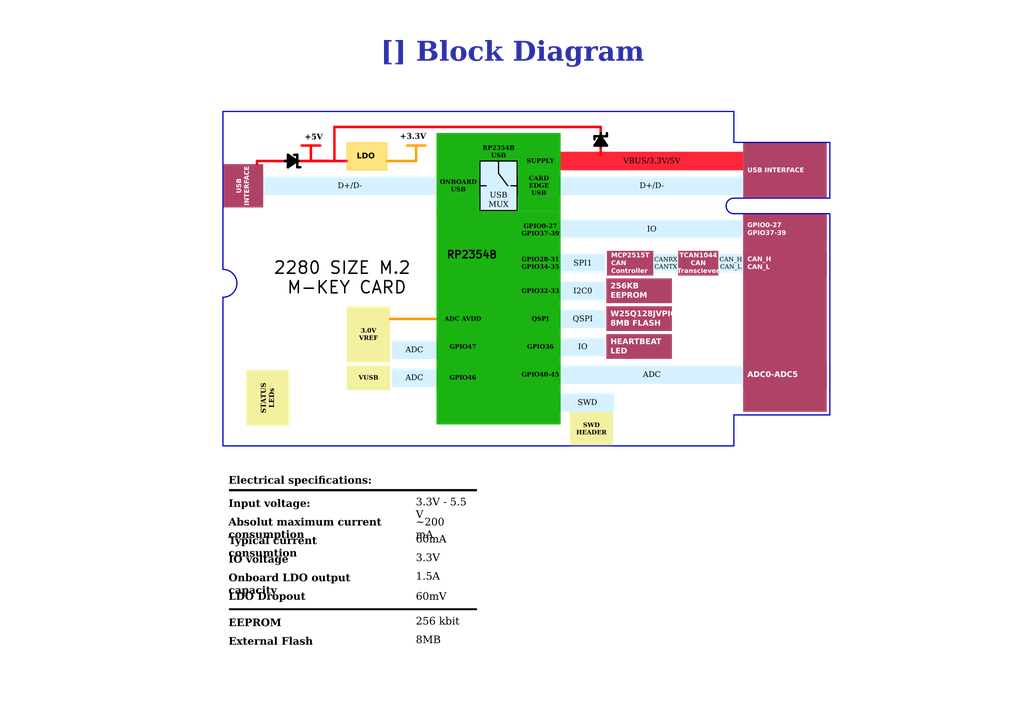
<source format=kicad_sch>
(kicad_sch
	(version 20250114)
	(generator "eeschema")
	(generator_version "9.0")
	(uuid "d4440dba-022e-49b2-97f2-6fc1871c7304")
	(paper "A3")
	(title_block
		(title "Block Diagram")
		(date "2026-01-31")
		(rev "${REVISION}")
		(company "${COMPANY}")
	)
	(lib_symbols)
	(rectangle
		(start 142.113 65.659)
		(end 141.478 66.421)
		(stroke
			(width 0.25)
			(type default)
			(color 255 0 171 1)
		)
		(fill
			(type color)
			(color 255 0 171 1)
		)
		(uuid 12a8f300-c059-4689-9da2-e775c9b7b222)
	)
	(rectangle
		(start 212.09 62.23)
		(end 214.63 65.7448)
		(stroke
			(width 0)
			(type default)
			(color 26 179 18 1)
		)
		(fill
			(type color)
			(color 26 179 18 1)
		)
		(uuid 1525d274-9f79-41b4-923a-460a0ae01848)
	)
	(arc
		(start 97.155 116.205)
		(mid 95.4811 120.2461)
		(end 91.44 121.92)
		(stroke
			(width 0.5)
			(type default)
		)
		(fill
			(type none)
		)
		(uuid 29435329-1a53-4234-808d-6c7819be63b6)
	)
	(rectangle
		(start 228.6 66.04)
		(end 229.87 69.85)
		(stroke
			(width 0)
			(type default)
			(color 26 179 18 1)
		)
		(fill
			(type color)
			(color 26 179 18 1)
		)
		(uuid 30c33757-917e-41c5-a73d-21d0c25fdde1)
	)
	(rectangle
		(start 212.3851 64.77)
		(end 214.63 69.85)
		(stroke
			(width 0)
			(type default)
			(color 26 179 18 1)
		)
		(fill
			(type color)
			(color 26 179 18 1)
		)
		(uuid 354b4478-3902-4955-ab10-8bda7ba1be32)
	)
	(rectangle
		(start 179.07 66.04)
		(end 196.5374 72.39)
		(stroke
			(width 0)
			(type default)
			(color 26 179 18 1)
		)
		(fill
			(type color)
			(color 26 179 18 1)
		)
		(uuid 3dc16586-a385-4cf0-9476-86e846a0d063)
	)
	(rectangle
		(start 212.385 69.85)
		(end 229.87 72.39)
		(stroke
			(width 0)
			(type default)
			(color 26 179 18 1)
		)
		(fill
			(type color)
			(color 26 179 18 1)
		)
		(uuid 49c8b03c-ddc0-4257-8598-370efe5ab263)
	)
	(rectangle
		(start 214.63 134.62)
		(end 228.6 138.43)
		(stroke
			(width 0)
			(type default)
			(color 26 179 18 1)
		)
		(fill
			(type color)
			(color 26 179 18 1)
		)
		(uuid 5911023f-b729-4638-87b7-c8fa6a2da4ad)
	)
	(rectangle
		(start 179.07 54.61)
		(end 229.87 58.42)
		(stroke
			(width 0)
			(type default)
			(color 26 179 18 1)
		)
		(fill
			(type color)
			(color 26 179 18 1)
		)
		(uuid 6b253502-3f28-4c19-a629-8cc1f39773b7)
	)
	(rectangle
		(start 214.63 123.19)
		(end 228.6 127)
		(stroke
			(width 0)
			(type default)
			(color 26 179 18 1)
		)
		(fill
			(type color)
			(color 26 179 18 1)
		)
		(uuid 704c4eca-e0af-4df0-a6c1-739054ac1983)
	)
	(rectangle
		(start 187.96 111.76)
		(end 201.93 114.3)
		(stroke
			(width 0)
			(type default)
			(color 26 179 18 1)
		)
		(fill
			(type color)
			(color 26 179 18 1)
		)
		(uuid 74c5f5ac-510e-4c99-8e0e-ca2d145a7687)
	)
	(rectangle
		(start 214.63 111.76)
		(end 228.6 115.57)
		(stroke
			(width 0)
			(type default)
			(color 26 179 18 1)
		)
		(fill
			(type color)
			(color 26 179 18 1)
		)
		(uuid 87d7856c-4e25-4074-8ed9-6d9286fce9a4)
	)
	(arc
		(start 297.815 84.455)
		(mid 298.7449 82.2099)
		(end 300.99 81.28)
		(stroke
			(width 0.5)
			(type default)
		)
		(fill
			(type none)
		)
		(uuid 8bf31f50-0af3-4b43-bd32-87192a6529dd)
	)
	(rectangle
		(start 93.98 249.555)
		(end 195.58 250.19)
		(stroke
			(width 0)
			(type default)
			(color 0 0 0 1)
		)
		(fill
			(type color)
			(color 0 0 0 1)
		)
		(uuid 96358351-64fb-49b9-98d4-c975a586b1c3)
	)
	(rectangle
		(start 212.09 58.42)
		(end 229.87 62.23)
		(stroke
			(width 0)
			(type default)
			(color 26 179 18 1)
		)
		(fill
			(type color)
			(color 26 179 18 1)
		)
		(uuid 9b70489c-b07f-4948-b8be-b2b554aeffd5)
	)
	(arc
		(start 91.44 110.49)
		(mid 95.4811 112.1639)
		(end 97.155 116.205)
		(stroke
			(width 0.5)
			(type default)
		)
		(fill
			(type none)
		)
		(uuid aa2adf32-51fc-4d4a-86b4-ebcde9d08418)
	)
	(rectangle
		(start 212.4458 80.01)
		(end 229.87 86.5399)
		(stroke
			(width 0)
			(type default)
			(color 26 179 18 1)
		)
		(fill
			(type color)
			(color 26 179 18 1)
		)
		(uuid c955f931-fdaa-421f-9906-47bd9fd0fc62)
	)
	(rectangle
		(start 93.98 200.66)
		(end 195.58 201.422)
		(stroke
			(width 0)
			(type default)
			(color 0 0 0 1)
		)
		(fill
			(type color)
			(color 0 0 0 1)
		)
		(uuid ca4906af-4562-456f-b79d-f6f2c9056c36)
	)
	(rectangle
		(start 142.24 58.42)
		(end 158.75 69.85)
		(stroke
			(width 0)
			(type default)
			(color 255 200 0 0.5019607843)
		)
		(fill
			(type color)
			(color 255 200 0 0.5019607843)
		)
		(uuid d13c4f55-d46a-439a-a208-cbdf66d39a09)
	)
	(arc
		(start 300.99 87.63)
		(mid 298.7449 86.7001)
		(end 297.815 84.455)
		(stroke
			(width 0.5)
			(type default)
		)
		(fill
			(type none)
		)
		(uuid d82e5d96-ef55-4c61-87d7-fc818819ae96)
	)
	(rectangle
		(start 228.6 62.23)
		(end 229.87 66.04)
		(stroke
			(width 0)
			(type default)
			(color 26 179 18 1)
		)
		(fill
			(type color)
			(color 26 179 18 1)
		)
		(uuid db9e59a5-6558-4fb0-8d7c-36f8f0131170)
	)
	(rectangle
		(start 179.07 80.01)
		(end 196.5426 87.63)
		(stroke
			(width 0)
			(type default)
			(color 26 179 18 1)
		)
		(fill
			(type color)
			(color 26 179 18 1)
		)
		(uuid df920e60-1d9c-4624-8b29-d077a09e67be)
	)
	(rectangle
		(start 179.07 86.6911)
		(end 229.87 173.99)
		(stroke
			(width 0)
			(type default)
			(color 26 179 18 1)
		)
		(fill
			(type color)
			(color 26 179 18 1)
		)
		(uuid eb064ff9-3fc8-4405-b22c-5834f6a952d8)
	)
	(rectangle
		(start 179.07 58.42)
		(end 196.85 66.0399)
		(stroke
			(width 0)
			(type default)
			(color 26 179 18 1)
		)
		(fill
			(type color)
			(color 26 179 18 1)
		)
		(uuid f128200a-c4e6-4fb8-9565-a34d3aaf2f28)
	)
	(text "+3.3V"
		(exclude_from_sim no)
		(at 174.752 58.166 0)
		(effects
			(font
				(face "Times New Roman")
				(size 2.286 2.286)
				(thickness 0.4572)
				(bold yes)
				(color 0 0 0 1)
			)
			(justify right bottom)
		)
		(uuid "101bf075-2779-4382-8921-8033e4839d29")
	)
	(text "RP2354B"
		(exclude_from_sim no)
		(at 193.548 104.648 0)
		(effects
			(font
				(size 3 3)
				(thickness 0.6)
				(bold yes)
				(color 0 0 0 1)
			)
		)
		(uuid "2ff4239e-4128-4e0d-b1b5-ed39516378ca")
	)
	(text "2280 SIZE M.2 \nM-KEY CARD"
		(exclude_from_sim no)
		(at 142.24 114.046 0)
		(effects
			(font
				(size 5 5)
				(thickness 0.6)
				(bold yes)
				(color 0 0 0 1)
			)
		)
		(uuid "ba1d2a03-0f95-4798-9de6-9b8bfdb526c7")
	)
	(text "+5V"
		(exclude_from_sim no)
		(at 124.968 58.42 0)
		(effects
			(font
				(face "Times New Roman")
				(size 2.286 2.286)
				(thickness 0.4572)
				(bold yes)
				(color 0 0 0 1)
			)
			(justify left bottom)
		)
		(uuid "f6a5ad4b-42cb-4635-94fa-d83f0234055d")
	)
	(text_box "USB INTERFACE"
		(exclude_from_sim no)
		(at 304.8 58.42 0)
		(size 34.29 22.86)
		(margins 1.7144 1.7144 1.7144 1.7144)
		(stroke
			(width -0.0001)
			(type default)
		)
		(fill
			(type color)
			(color 175 67 103 1)
		)
		(effects
			(font
				(face "Arial")
				(size 1.9 1.9)
				(bold yes)
				(color 255 255 255 1)
			)
			(justify left)
		)
		(uuid "07e187de-dfc4-455a-9e86-aeacc12e807f")
	)
	(text_box "LDO Dropout"
		(exclude_from_sim no)
		(at 91.44 240.665 0)
		(size 78.105 7.62)
		(margins 2.2859 2.2859 2.2859 2.2859)
		(stroke
			(width -0.0001)
			(type solid)
		)
		(fill
			(type none)
		)
		(effects
			(font
				(face "Times New Roman")
				(size 3.048 3.048)
				(thickness 0.4572)
				(bold yes)
				(color 0 0 0 1)
			)
			(justify left top)
		)
		(uuid "0a67ca51-da44-4e4a-af91-875f3d4fd163")
	)
	(text_box "IO voltage"
		(exclude_from_sim no)
		(at 91.44 225.425 0)
		(size 44.45 7.62)
		(margins 2.2859 2.2859 2.2859 2.2859)
		(stroke
			(width -0.0001)
			(type solid)
		)
		(fill
			(type none)
		)
		(effects
			(font
				(face "Times New Roman")
				(size 3.048 3.048)
				(thickness 0.4572)
				(bold yes)
				(color 0 0 0 1)
			)
			(justify left top)
		)
		(uuid "0b8fa12d-be48-46d8-a337-f14f24e9a703")
	)
	(text_box "256KB EEPROM"
		(exclude_from_sim no)
		(at 248.666 114.173 0)
		(size 26.924 10.16)
		(margins 1.7144 1.7144 1.7144 1.7144)
		(stroke
			(width -0.0001)
			(type default)
		)
		(fill
			(type color)
			(color 175 67 103 1)
		)
		(effects
			(font
				(face "Arial")
				(size 2.286 2.286)
				(bold yes)
				(color 255 255 255 1)
			)
			(justify left)
		)
		(uuid "0b9b765b-8d21-4bd4-bfcc-8abb2cd50003")
	)
	(text_box "VBUS/3.3V/5V"
		(exclude_from_sim no)
		(at 229.87 62.23 0)
		(size 74.93 7.62)
		(margins 1.7144 1.7144 1.7144 1.7144)
		(stroke
			(width -0.0001)
			(type solid)
		)
		(fill
			(type color)
			(color 255 0 24 0.85)
		)
		(effects
			(font
				(face "Times New Roman")
				(size 2.286 2.286)
				(italic yes)
				(color 0 0 0 1)
			)
		)
		(uuid "0e5e14ec-7eb5-4a96-a05a-a65da98b2539")
	)
	(text_box "1.5A"
		(exclude_from_sim no)
		(at 168.275 232.41 0)
		(size 28.448 7.62)
		(margins 2.2859 2.2859 2.2859 2.2859)
		(stroke
			(width -0.0001)
			(type solid)
		)
		(fill
			(type none)
		)
		(effects
			(font
				(face "Times New Roman")
				(size 3.048 3.048)
				(color 0 0 0 1)
			)
			(justify left top)
		)
		(uuid "0f4ffe31-d8df-46a0-90b5-0d2ebf3489e5")
	)
	(text_box "CARD EDGE USB"
		(exclude_from_sim no)
		(at 212.09 72.39 0)
		(size 17.8492 7.62)
		(margins 1.7144 1.7144 1.7144 1.7144)
		(stroke
			(width -0.0001)
			(type solid)
		)
		(fill
			(type color)
			(color 26 179 18 1)
		)
		(effects
			(font
				(face "Times New Roman")
				(size 1.8 1.8)
				(bold yes)
				(color 0 0 0 1)
			)
		)
		(uuid "10469bae-25b9-46c3-bff3-201f1fe1f2af")
	)
	(text_box "W25Q128JVPIQ 8MB FLASH"
		(exclude_from_sim no)
		(at 248.666 125.603 0)
		(size 26.924 10.16)
		(margins 1.7144 1.7144 1.7144 1.7144)
		(stroke
			(width -0.0001)
			(type default)
		)
		(fill
			(type color)
			(color 175 67 103 1)
		)
		(effects
			(font
				(face "Arial")
				(size 2.286 2.286)
				(bold yes)
				(color 255 255 255 1)
			)
			(justify left)
		)
		(uuid "11e64421-736a-42af-9a25-95ee829c7839")
	)
	(text_box "3.3V - 5.5 V"
		(exclude_from_sim no)
		(at 168.275 201.93 0)
		(size 28.448 7.62)
		(margins 2.2859 2.2859 2.2859 2.2859)
		(stroke
			(width -0.0001)
			(type solid)
		)
		(fill
			(type none)
		)
		(effects
			(font
				(face "Times New Roman")
				(size 3.048 3.048)
				(color 0 0 0 1)
			)
			(justify left top)
		)
		(uuid "15dd005a-2a1f-436c-a9b8-4953c7e00daf")
	)
	(text_box "ADC0-ADC5"
		(exclude_from_sim no)
		(at 304.8 148.59 0)
		(size 34.29 10.16)
		(margins 1.7144 1.7144 1.7144 1.7144)
		(stroke
			(width -0.0001)
			(type default)
		)
		(fill
			(type color)
			(color 175 67 103 1)
		)
		(effects
			(font
				(face "Arial")
				(size 2.286 2.286)
				(bold yes)
				(color 255 255 255 1)
			)
			(justify left)
		)
		(uuid "1967e021-48a7-445b-9209-8f9e1b09486a")
	)
	(text_box "SWD HEADER"
		(exclude_from_sim no)
		(at 233.68 168.91 0)
		(size 17.78 13.97)
		(margins 1.7144 1.7144 1.7144 1.7144)
		(stroke
			(width -0.0001)
			(type solid)
		)
		(fill
			(type color)
			(color 243 240 160 1)
		)
		(effects
			(font
				(face "Times New Roman")
				(size 1.8 1.8)
				(bold yes)
				(color 0 0 0 1)
			)
		)
		(uuid "1a23cd5c-4be8-417d-939b-6bfb2cb38db5")
	)
	(text_box "LDO"
		(exclude_from_sim no)
		(at 155.448 60.96 0)
		(size -10.668 6.35)
		(margins 1.7144 1.7144 1.7144 1.7144)
		(stroke
			(width -0.0001)
			(type solid)
		)
		(fill
			(type none)
		)
		(effects
			(font
				(face "Arial")
				(size 2.286 2.286)
				(thickness 0.254)
				(bold yes)
				(color 0 0 0 1)
			)
			(justify right top)
		)
		(uuid "2663f24d-cd9a-4dae-a281-16b6b61253ad")
	)
	(text_box "3.3V"
		(exclude_from_sim no)
		(at 168.275 224.79 0)
		(size 24.13 7.62)
		(margins 2.2859 2.2859 2.2859 2.2859)
		(stroke
			(width -0.0001)
			(type solid)
		)
		(fill
			(type none)
		)
		(effects
			(font
				(face "Times New Roman")
				(size 3.048 3.048)
				(color 0 0 0 1)
			)
			(justify left top)
		)
		(uuid "286ce998-255c-48c3-a453-7c9a43b4377f")
	)
	(text_box "GPIO0-27\nGPIO37-39"
		(exclude_from_sim no)
		(at 214.63 86.9919 0)
		(size 13.97 14.6081)
		(margins 1.7144 1.7144 1.7144 1.7144)
		(stroke
			(width -0.0001)
			(type solid)
		)
		(fill
			(type color)
			(color 26 179 18 1)
		)
		(effects
			(font
				(face "Times New Roman")
				(size 1.8 1.8)
				(bold yes)
				(color 0 0 0 1)
			)
		)
		(uuid "31760221-0d6f-4f56-83a1-ee270701886f")
	)
	(text_box "CAN_H\nCAN_L"
		(exclude_from_sim no)
		(at 304.8 102.87 0)
		(size 34.29 10.16)
		(margins 1.7144 1.7144 1.7144 1.7144)
		(stroke
			(width -0.0001)
			(type solid)
		)
		(fill
			(type color)
			(color 175 67 103 1)
		)
		(effects
			(font
				(face "Arial")
				(size 1.9 1.9)
				(bold yes)
				(color 255 255 255 1)
			)
			(justify left)
		)
		(uuid "35ec1c5a-ad02-4837-8f85-fcf97229486c")
	)
	(text_box "SPI1"
		(exclude_from_sim no)
		(at 229.87 104.14 0)
		(size 18.288 7.62)
		(margins 1.7144 1.7144 1.7144 1.7144)
		(stroke
			(width -0.0001)
			(type default)
		)
		(fill
			(type color)
			(color 213 241 255 1)
		)
		(effects
			(font
				(face "Times New Roman")
				(size 2.286 2.286)
				(italic yes)
				(color 0 0 0 1)
			)
		)
		(uuid "3821ca79-fb94-443d-a0d0-b8f77f4280b0")
	)
	(text_box "MCP2515T CAN\nController"
		(exclude_from_sim no)
		(at 248.92 102.87 0)
		(size 19.05 10.16)
		(margins 1.7144 1.7144 1.7144 1.7144)
		(stroke
			(width -0.0001)
			(type solid)
		)
		(fill
			(type color)
			(color 175 67 103 1)
		)
		(effects
			(font
				(face "Arial")
				(size 1.9 1.9)
				(bold yes)
				(color 255 255 255 1)
			)
			(justify left)
		)
		(uuid "3876e24b-eb64-40f0-82f4-8ed551a76338")
	)
	(text_box "TCAN1044\nCAN Transciever"
		(exclude_from_sim no)
		(at 278.13 102.87 0)
		(size 16.51 10.16)
		(margins 1.7144 1.7144 1.7144 1.7144)
		(stroke
			(width -0.0001)
			(type solid)
		)
		(fill
			(type color)
			(color 175 67 103 1)
		)
		(effects
			(font
				(face "Arial")
				(size 1.9 1.9)
				(bold yes)
				(color 255 255 255 1)
			)
		)
		(uuid "39045e79-647c-40d6-8a5f-5d571af58d17")
	)
	(text_box "GPIO40-45"
		(exclude_from_sim no)
		(at 214.63 149.86 0)
		(size 13.97 7.62)
		(margins 1.7144 1.7144 1.7144 1.7144)
		(stroke
			(width -0.0001)
			(type default)
		)
		(fill
			(type color)
			(color 26 179 18 1)
		)
		(effects
			(font
				(face "Times New Roman")
				(size 1.8 1.8)
				(bold yes)
				(color 0 0 0 1)
			)
		)
		(uuid "3a803ec7-48bf-494a-8620-a6b0d82a5e96")
	)
	(text_box "ADC"
		(exclude_from_sim no)
		(at 160.782 139.7 0)
		(size 18.288 7.62)
		(margins 1.1429 1.1429 1.1429 1.1429)
		(stroke
			(width -0.0001)
			(type default)
		)
		(fill
			(type color)
			(color 213 241 255 1)
		)
		(effects
			(font
				(face "Times New Roman")
				(size 2.28 2.28)
				(italic yes)
				(color 0 0 0 1)
			)
		)
		(uuid "4e4fb912-8b1e-4a92-b278-a5acb018a0e8")
	)
	(text_box "IO"
		(exclude_from_sim no)
		(at 229.87 138.43 0)
		(size 18.288 7.62)
		(margins 1.1429 1.1429 1.1429 1.1429)
		(stroke
			(width -0.0001)
			(type default)
		)
		(fill
			(type color)
			(color 213 241 255 1)
		)
		(effects
			(font
				(face "Times New Roman")
				(size 2.28 2.28)
				(italic yes)
				(color 0 0 0 1)
			)
		)
		(uuid "5bc00d08-ece7-489a-82a0-99db7e5f4aea")
	)
	(text_box "QSPI"
		(exclude_from_sim no)
		(at 229.87 127 0)
		(size 18.288 7.62)
		(margins 1.1429 1.1429 1.1429 1.1429)
		(stroke
			(width -0.0001)
			(type default)
		)
		(fill
			(type color)
			(color 213 241 255 1)
		)
		(effects
			(font
				(face "Times New Roman")
				(size 2.286 2.286)
				(italic yes)
				(color 0 0 0 1)
			)
		)
		(uuid "5f4a2d80-9818-43e5-9ca8-d8665fb36805")
	)
	(text_box "3.0V\nVREF"
		(exclude_from_sim no)
		(at 142.24 125.73 0)
		(size 17.78 22.86)
		(margins 1.7144 1.7144 1.7144 1.7144)
		(stroke
			(width -0.0001)
			(type solid)
		)
		(fill
			(type color)
			(color 243 240 160 1)
		)
		(effects
			(font
				(face "Times New Roman")
				(size 1.8 1.8)
				(bold yes)
				(color 0 0 0 1)
			)
		)
		(uuid "6102e043-7b32-44a2-8c22-ba8e4b2f6672")
	)
	(text_box "RP2354B USB"
		(exclude_from_sim no)
		(at 196.85 58.42 0)
		(size 15.24 7.62)
		(margins 1.7144 1.7144 1.7144 1.7144)
		(stroke
			(width -0.0001)
			(type solid)
		)
		(fill
			(type color)
			(color 26 179 18 1)
		)
		(effects
			(font
				(face "Times New Roman")
				(size 1.8 1.8)
				(bold yes)
				(color 0 0 0 1)
			)
		)
		(uuid "651513d0-1569-4d1c-a0ed-9336dbadc181")
	)
	(text_box "GPIO32-33"
		(exclude_from_sim no)
		(at 214.63 115.57 0)
		(size 13.97 7.62)
		(margins 1.7144 1.7144 1.7144 1.7144)
		(stroke
			(width -0.0001)
			(type default)
		)
		(fill
			(type color)
			(color 26 179 18 1)
		)
		(effects
			(font
				(face "Times New Roman")
				(size 1.8 1.8)
				(bold yes)
				(color 0 0 0 1)
			)
		)
		(uuid "6bb82d71-4237-4fb9-a71e-68c5a65a7171")
	)
	(text_box "[${#}] ${TITLE}"
		(exclude_from_sim no)
		(at 12.7 15.24 0)
		(size 394.97 12.7)
		(margins 5.9999 5.9999 5.9999 5.9999)
		(stroke
			(width -0.0001)
			(type default)
		)
		(fill
			(type none)
		)
		(effects
			(font
				(face "Times New Roman")
				(size 8 8)
				(thickness 1.2)
				(bold yes)
				(color 43 49 168 1)
			)
		)
		(uuid "73b2b29c-2473-4e80-be0b-4f57c6856c3e")
	)
	(text_box "~200 mA"
		(exclude_from_sim no)
		(at 168.275 210.185 0)
		(size 24.13 7.62)
		(margins 2.2859 2.2859 2.2859 2.2859)
		(stroke
			(width -0.0001)
			(type solid)
		)
		(fill
			(type none)
		)
		(effects
			(font
				(face "Times New Roman")
				(size 3.048 3.048)
				(color 0 0 0 1)
			)
			(justify left top)
		)
		(uuid "79a60212-4382-435d-b74b-f889451ff3a1")
	)
	(text_box "Input voltage:"
		(exclude_from_sim no)
		(at 91.44 202.565 0)
		(size 41.91 7.62)
		(margins 2.2859 2.2859 2.2859 2.2859)
		(stroke
			(width -0.0001)
			(type default)
		)
		(fill
			(type none)
		)
		(effects
			(font
				(face "Times New Roman")
				(size 3.048 3.048)
				(thickness 0.4572)
				(bold yes)
				(color 0 0 0 1)
			)
			(justify left top)
		)
		(uuid "7a48ef1e-fc21-4f84-87ab-2b944a808bd0")
	)
	(text_box "STATUS \nLEDs"
		(exclude_from_sim no)
		(at 100.965 151.765 90)
		(size 17.78 22.86)
		(margins 1.7144 1.7144 1.7144 1.7144)
		(stroke
			(width -0.0001)
			(type solid)
		)
		(fill
			(type color)
			(color 243 240 160 1)
		)
		(effects
			(font
				(face "Times New Roman")
				(size 2 2)
				(bold yes)
				(color 0 0 0 1)
			)
		)
		(uuid "7a66c3a5-565d-4572-90a9-989752c169b6")
	)
	(text_box "EEPROM"
		(exclude_from_sim no)
		(at 91.44 251.46 0)
		(size 44.45 7.62)
		(margins 2.2859 2.2859 2.2859 2.2859)
		(stroke
			(width -0.0001)
			(type solid)
		)
		(fill
			(type none)
		)
		(effects
			(font
				(face "Times New Roman")
				(size 3.048 3.048)
				(thickness 0.4572)
				(bold yes)
				(color 0 0 0 1)
			)
			(justify left top)
		)
		(uuid "7fd36d09-3145-4931-9744-73aae4ec0b25")
	)
	(text_box "GPIO46"
		(exclude_from_sim no)
		(at 180.34 151.13 0)
		(size 19.05 7.62)
		(margins 1.7144 1.7144 1.7144 1.7144)
		(stroke
			(width -0.0001)
			(type default)
		)
		(fill
			(type color)
			(color 26 179 18 1)
		)
		(effects
			(font
				(face "Times New Roman")
				(size 1.8 1.8)
				(bold yes)
				(color 0 0 0 1)
			)
		)
		(uuid "88cc83e7-7bb4-4d6b-9595-b9e1bee5e04b")
	)
	(text_box "256 kbit"
		(exclude_from_sim no)
		(at 168.275 250.825 0)
		(size 24.13 7.62)
		(margins 2.2859 2.2859 2.2859 2.2859)
		(stroke
			(width -0.0001)
			(type solid)
		)
		(fill
			(type none)
		)
		(effects
			(font
				(face "Times New Roman")
				(size 3.048 3.048)
				(color 0 0 0 1)
			)
			(justify left top)
		)
		(uuid "9264f0c0-471a-4c9f-8582-efee49d145bc")
	)
	(text_box "Electrical specifications:"
		(exclude_from_sim no)
		(at 91.44 193.04 0)
		(size 73.66 7.62)
		(margins 2.2859 2.2859 2.2859 2.2859)
		(stroke
			(width -0.0001)
			(type solid)
		)
		(fill
			(type none)
		)
		(effects
			(font
				(face "Times New Roman")
				(size 3.048 3.048)
				(thickness 0.4572)
				(bold yes)
				(color 0 0 0 1)
			)
			(justify left top)
		)
		(uuid "92d1b8db-5c65-4f81-bd38-95477ba2f196")
	)
	(text_box "SWD"
		(exclude_from_sim no)
		(at 229.87 161.29 0)
		(size 22.098 7.62)
		(margins 1.1429 1.1429 1.1429 1.1429)
		(stroke
			(width -0.0001)
			(type solid)
		)
		(fill
			(type color)
			(color 213 241 255 1)
		)
		(effects
			(font
				(face "Times New Roman")
				(size 2.28 2.28)
				(italic yes)
				(color 0 0 0 1)
			)
		)
		(uuid "92dfcffc-3f4c-486a-9687-7c906612aa3e")
	)
	(text_box "GPIO47"
		(exclude_from_sim no)
		(at 180.34 138.43 0)
		(size 19.05 7.62)
		(margins 1.7144 1.7144 1.7144 1.7144)
		(stroke
			(width -0.0001)
			(type default)
		)
		(fill
			(type color)
			(color 26 179 18 1)
		)
		(effects
			(font
				(face "Times New Roman")
				(size 1.8 1.8)
				(bold yes)
				(color 0 0 0 1)
			)
		)
		(uuid "944097c9-4bfa-4c51-95fb-545c2fe74181")
	)
	(text_box "GPIO36"
		(exclude_from_sim no)
		(at 214.63 138.43 0)
		(size 13.97 7.62)
		(margins 1.7144 1.7144 1.7144 1.7144)
		(stroke
			(width -0.0001)
			(type default)
		)
		(fill
			(type color)
			(color 26 179 18 1)
		)
		(effects
			(font
				(face "Times New Roman")
				(size 1.8 1.8)
				(bold yes)
				(color 0 0 0 1)
			)
		)
		(uuid "96a92221-2447-4655-a0df-2333f7d2fcea")
	)
	(text_box "ADC"
		(exclude_from_sim no)
		(at 160.782 151.13 0)
		(size 18.288 7.62)
		(margins 1.1429 1.1429 1.1429 1.1429)
		(stroke
			(width -0.0001)
			(type default)
		)
		(fill
			(type color)
			(color 213 241 255 1)
		)
		(effects
			(font
				(face "Times New Roman")
				(size 2.28 2.28)
				(italic yes)
				(color 0 0 0 1)
			)
		)
		(uuid "9934ab16-658c-435d-975c-75e12f0f23b9")
	)
	(text_box "GPIO28-31\nGPIO34-35"
		(exclude_from_sim no)
		(at 214.63 104.14 0)
		(size 13.97 7.62)
		(margins 1.7144 1.7144 1.7144 1.7144)
		(stroke
			(width -0.0001)
			(type solid)
		)
		(fill
			(type color)
			(color 26 179 18 1)
		)
		(effects
			(font
				(face "Times New Roman")
				(size 1.8 1.8)
				(bold yes)
				(color 0 0 0 1)
			)
		)
		(uuid "99de4852-1e6a-43c2-80a3-f90f994ca547")
	)
	(text_box "IO"
		(exclude_from_sim no)
		(at 229.87 90.17 0)
		(size 74.93 7.62)
		(margins 1.7144 1.7144 1.7144 1.7144)
		(stroke
			(width -0.0001)
			(type default)
		)
		(fill
			(type color)
			(color 213 241 255 1)
		)
		(effects
			(font
				(face "Times New Roman")
				(size 2.286 2.286)
				(italic yes)
				(color 0 0 0 1)
			)
		)
		(uuid "9d3837f2-4374-4a0e-a084-ae63bf4f14d0")
	)
	(text_box "ONBOARD USB"
		(exclude_from_sim no)
		(at 179.07 72.39 0)
		(size 17.78 7.62)
		(margins 1.7144 1.7144 1.7144 1.7144)
		(stroke
			(width -0.0001)
			(type solid)
		)
		(fill
			(type color)
			(color 26 179 18 1)
		)
		(effects
			(font
				(face "Times New Roman")
				(size 1.8 1.8)
				(bold yes)
				(color 0 0 0 1)
			)
		)
		(uuid "a1b7be64-5139-4e83-93ad-5329778aa93c")
	)
	(text_box "CANRX\nCANTX"
		(exclude_from_sim no)
		(at 267.97 104.14 0)
		(size 10.16 7.62)
		(margins 1.7144 1.7144 1.7144 1.7144)
		(stroke
			(width -0.0001)
			(type solid)
		)
		(fill
			(type color)
			(color 213 241 255 1)
		)
		(effects
			(font
				(face "Times New Roman")
				(size 1.778 1.778)
				(italic yes)
				(color 0 0 0 1)
			)
		)
		(uuid "a717f8d5-d752-4301-81a6-9372d05127ea")
	)
	(text_box "Typical current consumtion"
		(exclude_from_sim no)
		(at 91.44 217.805 0)
		(size 62.865 7.62)
		(margins 2.2859 2.2859 2.2859 2.2859)
		(stroke
			(width -0.0001)
			(type solid)
		)
		(fill
			(type none)
		)
		(effects
			(font
				(face "Times New Roman")
				(size 3.048 3.048)
				(thickness 0.4572)
				(bold yes)
				(color 0 0 0 1)
			)
			(justify left top)
		)
		(uuid "a94bbe48-2b5a-4095-ae3e-6304ba06e582")
	)
	(text_box "60mA"
		(exclude_from_sim no)
		(at 168.275 217.17 0)
		(size 24.13 7.62)
		(margins 2.2859 2.2859 2.2859 2.2859)
		(stroke
			(width -0.0001)
			(type solid)
		)
		(fill
			(type none)
		)
		(effects
			(font
				(face "Times New Roman")
				(size 3.048 3.048)
				(color 0 0 0 1)
			)
			(justify left top)
		)
		(uuid "a9743942-0f35-4d97-920c-63913a3a8cf5")
	)
	(text_box "VUSB"
		(exclude_from_sim no)
		(at 142.24 149.86 0)
		(size 17.78 10.16)
		(margins 1.7144 1.7144 1.7144 1.7144)
		(stroke
			(width -0.0001)
			(type solid)
		)
		(fill
			(type color)
			(color 243 240 160 1)
		)
		(effects
			(font
				(face "Times New Roman")
				(size 1.8 1.8)
				(bold yes)
				(color 0 0 0 1)
			)
		)
		(uuid "aa6bfdf0-ab5f-4b1a-8644-d89ccb6b5cda")
	)
	(text_box "Onboard LDO output capacity"
		(exclude_from_sim no)
		(at 91.44 233.045 0)
		(size 69.215 7.62)
		(margins 2.2859 2.2859 2.2859 2.2859)
		(stroke
			(width -0.0001)
			(type solid)
		)
		(fill
			(type none)
		)
		(effects
			(font
				(face "Times New Roman")
				(size 3.048 3.048)
				(thickness 0.4572)
				(bold yes)
				(color 0 0 0 1)
			)
			(justify left top)
		)
		(uuid "ac942c9c-0df3-4809-903d-630a873ed8b6")
	)
	(text_box "GPIO0-27\nGPIO37-39"
		(exclude_from_sim no)
		(at 304.8 88.9 0)
		(size 34.29 10.16)
		(margins 1.7144 1.7144 1.7144 1.7144)
		(stroke
			(width -0.0001)
			(type solid)
		)
		(fill
			(type color)
			(color 175 67 103 1)
		)
		(effects
			(font
				(face "Arial")
				(size 1.9 1.9)
				(bold yes)
				(color 255 255 255 1)
			)
			(justify left)
		)
		(uuid "ac96fc2f-a973-477b-9304-3ea9cbd49aba")
	)
	(text_box "Absolut maximum current consumption"
		(exclude_from_sim no)
		(at 91.44 210.185 0)
		(size 78.105 7.62)
		(margins 2.2859 2.2859 2.2859 2.2859)
		(stroke
			(width -0.0001)
			(type solid)
		)
		(fill
			(type none)
		)
		(effects
			(font
				(face "Times New Roman")
				(size 3.048 3.048)
				(thickness 0.4572)
				(bold yes)
				(color 0 0 0 1)
			)
			(justify left top)
		)
		(uuid "acb13397-22c2-4daa-8b50-96cfdf3951b7")
	)
	(text_box "ADC"
		(exclude_from_sim no)
		(at 229.87 149.86 0)
		(size 74.93 7.62)
		(margins 1.1429 1.1429 1.1429 1.1429)
		(stroke
			(width -0.0001)
			(type default)
		)
		(fill
			(type color)
			(color 213 241 255 1)
		)
		(effects
			(font
				(face "Times New Roman")
				(size 2.28 2.28)
				(italic yes)
				(color 0 0 0 1)
			)
		)
		(uuid "c6c880f8-34ee-4ac3-bce1-942666f52d85")
	)
	(text_box "I2C0"
		(exclude_from_sim no)
		(at 229.87 115.57 0)
		(size 18.288 7.62)
		(margins 1.7144 1.7144 1.7144 1.7144)
		(stroke
			(width -0.0001)
			(type default)
		)
		(fill
			(type color)
			(color 213 241 255 1)
		)
		(effects
			(font
				(face "Times New Roman")
				(size 2.286 2.286)
				(italic yes)
				(color 0 0 0 1)
			)
		)
		(uuid "c774310f-dfe3-45db-be98-953f7da6465f")
	)
	(text_box "USB MUX"
		(exclude_from_sim no)
		(at 196.85 66.04 0)
		(size 15.24 20.32)
		(margins 1.1429 1.1429 1.1429 1.1429)
		(stroke
			(width 0.5)
			(type solid)
			(color 0 0 0 1)
		)
		(fill
			(type color)
			(color 213 241 255 1)
		)
		(effects
			(font
				(face "Times New Roman")
				(size 2.28 2.28)
				(italic yes)
				(color 0 0 0 1)
			)
			(justify bottom)
		)
		(uuid "c8bed87d-0b5d-4a3d-aab9-d7c4760f55a8")
	)
	(text_box "External Flash"
		(exclude_from_sim no)
		(at 91.44 259.08 0)
		(size 44.45 7.62)
		(margins 2.2859 2.2859 2.2859 2.2859)
		(stroke
			(width -0.0001)
			(type solid)
		)
		(fill
			(type none)
		)
		(effects
			(font
				(face "Times New Roman")
				(size 3.048 3.048)
				(thickness 0.4572)
				(bold yes)
				(color 0 0 0 1)
			)
			(justify left top)
		)
		(uuid "cb5e8639-1544-44dc-8179-ddb426efe5fe")
	)
	(text_box "SUPPLY"
		(exclude_from_sim no)
		(at 214.63 62.23 0)
		(size 13.97 7.62)
		(margins 1.7144 1.7144 1.7144 1.7144)
		(stroke
			(width -0.0001)
			(type solid)
		)
		(fill
			(type color)
			(color 26 179 18 1)
		)
		(effects
			(font
				(face "Times New Roman")
				(size 1.8 1.8)
				(bold yes)
				(color 0 0 0 1)
			)
		)
		(uuid "d28afaff-d9d7-4f3d-9099-86c6d07aa99a")
	)
	(text_box ""
		(exclude_from_sim no)
		(at 304.8 87.63 0)
		(size 34.29 81.28)
		(margins 1.7144 1.7144 1.7144 1.7144)
		(stroke
			(width -0.0001)
			(type solid)
		)
		(fill
			(type color)
			(color 175 67 103 1)
		)
		(effects
			(font
				(face "Arial")
				(size 1.9 1.9)
				(bold yes)
				(color 255 255 255 1)
			)
			(justify left)
		)
		(uuid "d28d1352-e5f8-46ad-a905-212354b35d91")
	)
	(text_box "CAN_H\nCAN_L"
		(exclude_from_sim no)
		(at 294.64 104.14 0)
		(size 10.16 7.62)
		(margins 1.7144 1.7144 1.7144 1.7144)
		(stroke
			(width -0.0001)
			(type solid)
		)
		(fill
			(type color)
			(color 213 241 255 1)
		)
		(effects
			(font
				(face "Times New Roman")
				(size 1.778 1.778)
				(italic yes)
				(color 0 0 0 1)
			)
		)
		(uuid "d3f03d21-b6a6-4378-ac03-2eb85e7fe038")
	)
	(text_box "D+/D-"
		(exclude_from_sim no)
		(at 229.87 72.39 0)
		(size 74.93 7.62)
		(margins 1.7144 1.7144 1.7144 1.7144)
		(stroke
			(width -0.0001)
			(type solid)
		)
		(fill
			(type color)
			(color 213 241 255 1)
		)
		(effects
			(font
				(face "Times New Roman")
				(size 2.286 2.286)
				(italic yes)
				(color 0 0 0 1)
			)
		)
		(uuid "d9a0b7b5-c98b-4913-890a-1f0f75735f92")
	)
	(text_box "8MB"
		(exclude_from_sim no)
		(at 168.275 258.445 0)
		(size 24.13 7.62)
		(margins 2.2859 2.2859 2.2859 2.2859)
		(stroke
			(width -0.0001)
			(type solid)
		)
		(fill
			(type none)
		)
		(effects
			(font
				(face "Times New Roman")
				(size 3.048 3.048)
				(color 0 0 0 1)
			)
			(justify left top)
		)
		(uuid "e52418fb-971b-4f7e-8511-9fb84c82612a")
	)
	(text_box "ADC AVDD"
		(exclude_from_sim no)
		(at 180.34 127 0)
		(size 19.05 7.62)
		(margins 1.7144 1.7144 1.7144 1.7144)
		(stroke
			(width -0.0001)
			(type solid)
		)
		(fill
			(type color)
			(color 26 179 18 1)
		)
		(effects
			(font
				(face "Times New Roman")
				(size 1.8 1.8)
				(bold yes)
				(color 0 0 0 1)
			)
		)
		(uuid "e624c8ad-fd22-44ba-82ff-a06458a22edc")
	)
	(text_box "60mV"
		(exclude_from_sim no)
		(at 168.275 240.665 0)
		(size 24.13 7.62)
		(margins 2.2859 2.2859 2.2859 2.2859)
		(stroke
			(width -0.0001)
			(type solid)
		)
		(fill
			(type none)
		)
		(effects
			(font
				(face "Times New Roman")
				(size 3.048 3.048)
				(color 0 0 0 1)
			)
			(justify left top)
		)
		(uuid "e8ad9c6b-391d-4395-9dde-fb250cf6637a")
	)
	(text_box "D+/D-"
		(exclude_from_sim no)
		(at 107.95 72.39 0)
		(size 71.12 7.62)
		(margins 1.7144 1.7144 1.7144 1.7144)
		(stroke
			(width -0.0001)
			(type solid)
		)
		(fill
			(type color)
			(color 213 241 255 1)
		)
		(effects
			(font
				(face "Times New Roman")
				(size 2.286 2.286)
				(italic yes)
				(color 0 0 0 1)
			)
		)
		(uuid "ea2d01b8-13eb-44a1-b9d5-a747975d6411")
	)
	(text_box "QSPI"
		(exclude_from_sim no)
		(at 214.63 127 0)
		(size 13.97 7.62)
		(margins 1.7144 1.7144 1.7144 1.7144)
		(stroke
			(width -0.0001)
			(type default)
		)
		(fill
			(type color)
			(color 26 179 18 1)
		)
		(effects
			(font
				(face "Times New Roman")
				(size 1.8 1.8)
				(bold yes)
				(color 0 0 0 1)
			)
		)
		(uuid "ecd90e4f-03f0-4de1-bc8b-8f151772557e")
	)
	(text_box "HEARTBEAT LED"
		(exclude_from_sim no)
		(at 248.666 137.033 0)
		(size 26.924 10.16)
		(margins 1.7144 1.7144 1.7144 1.7144)
		(stroke
			(width -0.0001)
			(type default)
		)
		(fill
			(type color)
			(color 175 67 103 1)
		)
		(effects
			(font
				(face "Arial")
				(size 2.286 2.286)
				(bold yes)
				(color 255 255 255 1)
			)
			(justify left)
		)
		(uuid "f1a231a9-4a97-4e03-af77-e46caf6743df")
	)
	(text_box "USB INTERFACE"
		(exclude_from_sim no)
		(at 91.44 67.31 90)
		(size 16.51 17.78)
		(margins 1.7144 1.7144 1.7144 1.7144)
		(stroke
			(width -0.0001)
			(type solid)
		)
		(fill
			(type color)
			(color 175 67 103 1)
		)
		(effects
			(font
				(face "Arial")
				(size 1.9 1.9)
				(bold yes)
				(color 255 255 255 1)
			)
		)
		(uuid "f3a80cf3-73a7-487a-a85c-310591dc33bf")
	)
	(polyline
		(pts
			(xy 300.99 58.42) (xy 300.99 45.72)
		)
		(stroke
			(width 0.5)
			(type default)
		)
		(uuid "025f9a88-2754-4ced-8882-6ee07d8ee0c6")
	)
	(polyline
		(pts
			(xy 245.11 58.42) (xy 246.38 57.15)
		)
		(stroke
			(width 1)
			(type default)
			(color 0 0 0 1)
		)
		(uuid "0859fbf5-7601-487c-b74f-40d1b33c4e58")
	)
	(polyline
		(pts
			(xy 158.75 66.04) (xy 170.688 66.04)
		)
		(stroke
			(width 1.016)
			(type default)
			(color 255 158 7 1)
		)
		(uuid "08fc0cd0-29a2-41e6-a897-d7a6a489c1c7")
	)
	(polyline
		(pts
			(xy 300.99 182.88) (xy 300.99 170.18)
		)
		(stroke
			(width 0.5)
			(type default)
		)
		(uuid "0c8f6fd0-8591-4dcf-91fe-a64f3490dfca")
	)
	(polyline
		(pts
			(xy 118.11 64.77) (xy 119.38 66.04)
		)
		(stroke
			(width 1)
			(type default)
			(color 0 0 0 1)
		)
		(uuid "0d0b0466-d1b3-41fc-9923-e2f07381ff53")
	)
	(polyline
		(pts
			(xy 119.38 66.04) (xy 119.38 64.77)
		)
		(stroke
			(width 1)
			(type default)
			(color 0 0 0 1)
		)
		(uuid "13e6fdef-ea01-4dfe-9828-678937b70d31")
	)
	(polyline
		(pts
			(xy 91.44 182.88) (xy 300.99 182.88)
		)
		(stroke
			(width 0.5)
			(type default)
		)
		(uuid "165d2162-899a-443a-bfe6-df3dbc52a215")
	)
	(polyline
		(pts
			(xy 243.84 55.88) (xy 246.38 55.88)
		)
		(stroke
			(width 1)
			(type default)
			(color 0 0 0 1)
		)
		(uuid "1ff1ce3b-fb39-4a51-9323-7c42739a1f7a")
	)
	(polyline
		(pts
			(xy 118.11 68.58) (xy 121.92 66.04)
		)
		(stroke
			(width 1)
			(type default)
			(color 0 0 0 1)
		)
		(uuid "235577f9-bdf6-4e52-8228-cd67578ed0af")
	)
	(polyline
		(pts
			(xy 137.16 52.07) (xy 137.16 66.04)
		)
		(stroke
			(width 1.016)
			(type default)
			(color 255 0 11 1)
		)
		(uuid "24de86c0-c877-45ef-9381-f36451cbc88d")
	)
	(polyline
		(pts
			(xy 245.11 59.69) (xy 246.38 58.42)
		)
		(stroke
			(width 1)
			(type default)
			(color 0 0 0 1)
		)
		(uuid "280b5fee-a31b-4331-9b47-d3be1a3345bf")
	)
	(polyline
		(pts
			(xy 246.38 57.15) (xy 246.38 58.42)
		)
		(stroke
			(width 1)
			(type default)
			(color 0 0 0 1)
		)
		(uuid "28d7c373-0dca-4b57-90a1-26eea6b55cd2")
	)
	(polyline
		(pts
			(xy 196.85 76.2) (xy 199.39 76.2)
		)
		(stroke
			(width 0.5)
			(type default)
			(color 0 0 0 1)
		)
		(uuid "29ce44d9-b239-41cf-87a1-b8d38cfc5a35")
	)
	(polyline
		(pts
			(xy 248.92 54.61) (xy 248.92 55.88)
		)
		(stroke
			(width 1)
			(type default)
			(color 0 0 0 1)
		)
		(uuid "2a96f3fd-56b3-4985-b38d-9ed8c2b557da")
	)
	(polyline
		(pts
			(xy 128.27 66.04) (xy 142.24 66.04)
		)
		(stroke
			(width 1.016)
			(type default)
			(color 255 0 11 1)
		)
		(uuid "2b8d6a44-ce1c-4653-8db7-f91af8746d71")
	)
	(polyline
		(pts
			(xy 119.38 64.77) (xy 118.11 64.77)
		)
		(stroke
			(width 1)
			(type default)
			(color 0 0 0 1)
		)
		(uuid "2d848b64-54f9-4b0a-8891-316509073d79")
	)
	(polyline
		(pts
			(xy 204.47 66.04) (xy 204.47 71.12)
		)
		(stroke
			(width 0.5)
			(type default)
			(color 0 0 0 1)
		)
		(uuid "2ea458af-f281-45dd-94b2-3f5cd5e6a0a9")
	)
	(polyline
		(pts
			(xy 160.02 130.81) (xy 178.562 130.81)
		)
		(stroke
			(width 1.016)
			(type default)
			(color 255 150 0 1)
		)
		(uuid "333fba6e-7bf5-4403-b30d-00139b978b52")
	)
	(polyline
		(pts
			(xy 209.55 76.2) (xy 212.09 76.2)
		)
		(stroke
			(width 0.5)
			(type default)
			(color 0 0 0 1)
		)
		(uuid "35d24007-c748-49b8-bbb5-cfd983058cdc")
	)
	(polyline
		(pts
			(xy 127.508 59.69) (xy 127.508 66.04)
		)
		(stroke
			(width 1.016)
			(type default)
			(color 255 0 11 1)
		)
		(uuid "3868fb89-5692-47ab-8dc3-c1768a62c47d")
	)
	(polyline
		(pts
			(xy 243.84 55.88) (xy 246.38 55.88)
		)
		(stroke
			(width 1)
			(type default)
			(color 0 0 0 1)
		)
		(uuid "4232ecb5-1738-4985-b4b9-63f0a388d7f2")
	)
	(polyline
		(pts
			(xy 245.11 58.42) (xy 245.11 59.69)
		)
		(stroke
			(width 1)
			(type default)
			(color 0 0 0 1)
		)
		(uuid "4257bc95-54c7-4c5c-b649-5afecd1061ae")
	)
	(polyline
		(pts
			(xy 121.92 63.5) (xy 121.92 66.04)
		)
		(stroke
			(width 1)
			(type default)
			(color 0 0 0 1)
		)
		(uuid "444983ca-9dc3-448d-824f-379268176ced")
	)
	(polyline
		(pts
			(xy 340.36 170.18) (xy 340.36 87.63)
		)
		(stroke
			(width 0.5)
			(type default)
		)
		(uuid "44a78421-981d-45a4-a4f4-fcaa1879a56f")
	)
	(polyline
		(pts
			(xy 246.38 55.88) (xy 243.84 55.88)
		)
		(stroke
			(width 1)
			(type default)
			(color 0 0 0 1)
		)
		(uuid "451d61da-2869-4cbf-bb23-b2e5e608853f")
	)
	(polyline
		(pts
			(xy 174.498 59.69) (xy 170.688 59.69)
		)
		(stroke
			(width 1.016)
			(type default)
			(color 255 158 7 1)
		)
		(uuid "46995de7-d2ae-43dc-828c-7a85c3a686f0")
	)
	(polyline
		(pts
			(xy 120.65 66.04) (xy 116.84 66.04)
		)
		(stroke
			(width 1)
			(type default)
			(color 0 0 0 1)
		)
		(uuid "4913f74f-2547-4f3d-bcb3-8a70268a64d8")
	)
	(polyline
		(pts
			(xy 248.92 59.69) (xy 246.38 55.88)
		)
		(stroke
			(width 1)
			(type default)
			(color 0 0 0 1)
		)
		(uuid "4d698931-8eae-4b02-b770-ed7137521327")
	)
	(polyline
		(pts
			(xy 204.47 71.12) (xy 208.28 76.2)
		)
		(stroke
			(width 0.5)
			(type default)
			(color 0 0 0 1)
		)
		(uuid "51e1ad0a-f441-44d0-b0f2-9e3b1f4adc78")
	)
	(polyline
		(pts
			(xy 300.99 170.18) (xy 340.36 170.18)
		)
		(stroke
			(width 0.5)
			(type default)
		)
		(uuid "52a9b99d-d368-4055-befa-47c2860932ce")
	)
	(polyline
		(pts
			(xy 119.38 64.77) (xy 120.65 66.04)
		)
		(stroke
			(width 1)
			(type default)
			(color 0 0 0 1)
		)
		(uuid "54568751-3b42-48aa-8290-bf21f26b00c2")
	)
	(polyline
		(pts
			(xy 246.38 58.42) (xy 245.11 58.42)
		)
		(stroke
			(width 1)
			(type default)
			(color 0 0 0 1)
		)
		(uuid "59b87f47-c2a7-4213-b4e6-fca1b993c6eb")
	)
	(polyline
		(pts
			(xy 134.62 66.04) (xy 123.19 66.04)
		)
		(stroke
			(width 1.016)
			(type default)
			(color 255 0 11 1)
		)
		(uuid "5a9e8174-c5c0-4b8e-8777-1f09db4bab63")
	)
	(polyline
		(pts
			(xy 91.44 45.72) (xy 91.44 110.49)
		)
		(stroke
			(width 0.5)
			(type default)
		)
		(uuid "5dd12bc3-5083-40a2-81d6-eb486ba1c8fb")
	)
	(polyline
		(pts
			(xy 118.11 68.58) (xy 120.65 66.04)
		)
		(stroke
			(width 1)
			(type default)
			(color 0 0 0 1)
		)
		(uuid "624af725-84b0-4d5a-9b04-658c68e13eca")
	)
	(polyline
		(pts
			(xy 118.11 63.5) (xy 118.11 68.58)
		)
		(stroke
			(width 1)
			(type default)
			(color 0 0 0 1)
		)
		(uuid "664b6eaa-6d85-4754-a343-d15dae7798f3")
	)
	(polyline
		(pts
			(xy 120.65 66.04) (xy 119.38 66.04)
		)
		(stroke
			(width 1)
			(type default)
			(color 0 0 0 1)
		)
		(uuid "6c68b6b3-c6dd-4539-89af-e4f722ee0950")
	)
	(polyline
		(pts
			(xy 300.99 81.28) (xy 340.36 81.28)
		)
		(stroke
			(width 0.5)
			(type default)
		)
		(uuid "6e3a249d-510b-4ebc-879f-b25bcb87160b")
	)
	(polyline
		(pts
			(xy 121.92 66.04) (xy 121.92 68.58)
		)
		(stroke
			(width 1)
			(type default)
			(color 0 0 0 1)
		)
		(uuid "71662148-3e8e-4f83-8d82-2cbe5f399222")
	)
	(polyline
		(pts
			(xy 116.84 66.04) (xy 118.11 66.04)
		)
		(stroke
			(width 1)
			(type default)
			(color 0 0 0 1)
		)
		(uuid "71ac9bb0-7bc4-4dd5-a784-5dc709a770f6")
	)
	(polyline
		(pts
			(xy 116.84 66.04) (xy 105.41 66.04)
		)
		(stroke
			(width 1.016)
			(type default)
			(color 255 0 11 1)
		)
		(uuid "72e45290-1169-4f8d-8787-af61206287b7")
	)
	(polyline
		(pts
			(xy 118.11 63.5) (xy 121.92 66.04)
		)
		(stroke
			(width 1)
			(type default)
			(color 0 0 0 1)
		)
		(uuid "73e7e0f9-be0e-40e9-9baf-15a25c781e3c")
	)
	(polyline
		(pts
			(xy 340.36 81.28) (xy 340.36 58.42)
		)
		(stroke
			(width 0.5)
			(type default)
		)
		(uuid "7523ea52-d80b-433a-9e18-ff83e220e8c7")
	)
	(polyline
		(pts
			(xy 340.36 58.42) (xy 300.99 58.42)
		)
		(stroke
			(width 0.5)
			(type default)
		)
		(uuid "7939cce5-20f0-4ac1-9455-e7f821906766")
	)
	(polyline
		(pts
			(xy 300.99 45.72) (xy 91.44 45.72)
		)
		(stroke
			(width 0.5)
			(type default)
		)
		(uuid "7bb27132-2763-4b6d-a1f3-c7246d347694")
	)
	(polyline
		(pts
			(xy 243.84 55.88) (xy 243.84 57.15)
		)
		(stroke
			(width 1)
			(type default)
			(color 0 0 0 1)
		)
		(uuid "7d37208f-659d-471d-9c57-486a822001b3")
	)
	(polyline
		(pts
			(xy 246.38 55.88) (xy 246.38 54.61)
		)
		(stroke
			(width 1)
			(type default)
			(color 0 0 0 1)
		)
		(uuid "8a103894-5dbc-4a62-9408-a865a8f914ea")
	)
	(polyline
		(pts
			(xy 170.688 59.69) (xy 170.688 66.04)
		)
		(stroke
			(width 1.016)
			(type default)
			(color 255 158 7 1)
		)
		(uuid "8cfd58b3-fea8-4a65-9b23-c746ab0a9f02")
	)
	(polyline
		(pts
			(xy 170.688 59.69) (xy 166.878 59.69)
		)
		(stroke
			(width 1.016)
			(type default)
			(color 255 158 7 1)
		)
		(uuid "aa5dc26a-edf0-426a-baae-3922b009809d")
	)
	(polyline
		(pts
			(xy 127.508 59.69) (xy 131.318 59.69)
		)
		(stroke
			(width 1.016)
			(type default)
			(color 255 0 11 1)
		)
		(uuid "abfb0e67-9089-48e8-8232-8502ca1768e2")
	)
	(polyline
		(pts
			(xy 248.92 59.69) (xy 246.38 57.15)
		)
		(stroke
			(width 1)
			(type default)
			(color 0 0 0 1)
		)
		(uuid "b17b7e1b-681f-4791-ab38-193ea7493b0f")
	)
	(polyline
		(pts
			(xy 246.38 55.88) (xy 248.92 55.88)
		)
		(stroke
			(width 1)
			(type default)
			(color 0 0 0 1)
		)
		(uuid "b36d6029-02a3-4dd8-8080-236908d66b7a")
	)
	(polyline
		(pts
			(xy 121.92 66.04) (xy 123.19 66.04)
		)
		(stroke
			(width 1)
			(type default)
			(color 0 0 0 1)
		)
		(uuid "b804ac93-5ce2-41f9-a0ad-d03c57ef7a2b")
	)
	(polyline
		(pts
			(xy 246.38 59.69) (xy 246.38 60.96)
		)
		(stroke
			(width 1)
			(type default)
			(color 0 0 0 1)
		)
		(uuid "be4f4fd0-4b09-47ae-a3a9-37258f2bc356")
	)
	(polyline
		(pts
			(xy 243.84 59.69) (xy 243.84 59.69)
		)
		(stroke
			(width 1)
			(type default)
			(color 0 0 0 1)
		)
		(uuid "c6afe5a3-3c02-4875-9a51-b09ff9d253ad")
	)
	(polyline
		(pts
			(xy 248.92 59.69) (xy 246.38 58.42)
		)
		(stroke
			(width 1)
			(type default)
			(color 0 0 0 1)
		)
		(uuid "c6f08949-bff7-4aa4-8d3f-c60e5a1d1521")
	)
	(polyline
		(pts
			(xy 243.84 59.69) (xy 243.84 59.69)
		)
		(stroke
			(width 1)
			(type default)
			(color 0 0 0 1)
		)
		(uuid "ca9aadd0-4f58-4a8d-84c6-5c02557f2647")
	)
	(polyline
		(pts
			(xy 120.65 63.5) (xy 121.92 63.5)
		)
		(stroke
			(width 1)
			(type default)
			(color 0 0 0 1)
		)
		(uuid "cd05e955-cdf3-42b7-a6f3-7df9f8660257")
	)
	(polyline
		(pts
			(xy 243.84 59.69) (xy 246.38 55.88)
		)
		(stroke
			(width 1)
			(type default)
			(color 0 0 0 1)
		)
		(uuid "cd919d80-bdbd-4526-bf78-43f6ec021060")
	)
	(polyline
		(pts
			(xy 123.698 59.69) (xy 127.508 59.69)
		)
		(stroke
			(width 1.016)
			(type default)
			(color 255 0 11 1)
		)
		(uuid "d29a50be-ce3c-4cb1-b849-60799978c305")
	)
	(polyline
		(pts
			(xy 246.38 57.15) (xy 246.38 59.69)
		)
		(stroke
			(width 1)
			(type default)
			(color 0 0 0 1)
		)
		(uuid "d57acf2e-f6c2-4182-bee3-78172f2d5815")
	)
	(polyline
		(pts
			(xy 340.36 58.42) (xy 340.36 58.42)
		)
		(stroke
			(width 0)
			(type default)
		)
		(uuid "d60bc04d-b830-41e7-bb2b-eb1de37640d9")
	)
	(polyline
		(pts
			(xy 121.92 68.58) (xy 123.19 68.58)
		)
		(stroke
			(width 1)
			(type default)
			(color 0 0 0 1)
		)
		(uuid "d7f40680-0801-4205-8a00-0ccb43c7585a")
	)
	(polyline
		(pts
			(xy 91.44 121.92) (xy 91.44 182.88)
		)
		(stroke
			(width 0.5)
			(type default)
		)
		(uuid "db44895f-df07-415e-bc18-3d792d368cc7")
	)
	(polyline
		(pts
			(xy 118.11 68.58) (xy 119.38 66.04)
		)
		(stroke
			(width 1)
			(type default)
			(color 0 0 0 1)
		)
		(uuid "df5781d9-5ebd-4bb2-b711-18d17ad7db17")
	)
	(polyline
		(pts
			(xy 243.84 59.69) (xy 248.92 59.69)
		)
		(stroke
			(width 1)
			(type default)
			(color 0 0 0 1)
		)
		(uuid "e04b5a03-47ae-47dd-9e22-4d3ca706870e")
	)
	(polyline
		(pts
			(xy 246.38 52.07) (xy 137.16 52.07)
		)
		(stroke
			(width 1.016)
			(type default)
			(color 255 0 11 1)
		)
		(uuid "e1589219-922f-4179-96d8-c52084b59379")
	)
	(polyline
		(pts
			(xy 105.41 66.04) (xy 105.41 67.31)
		)
		(stroke
			(width 1.016)
			(type default)
			(color 255 0 11 1)
		)
		(uuid "ea324cc3-41f3-49ee-90ae-ed63b5a7e7d4")
	)
	(polyline
		(pts
			(xy 246.38 52.07) (xy 246.38 54.61)
		)
		(stroke
			(width 1.016)
			(type default)
			(color 255 0 11 1)
		)
		(uuid "ebad2142-fd35-41af-84d9-ceac4a175390")
	)
	(polyline
		(pts
			(xy 246.38 60.96) (xy 246.38 63.5)
		)
		(stroke
			(width 1.016)
			(type default)
			(color 255 0 11 1)
		)
		(uuid "ebd6b997-8cd3-4c74-b2a7-34c28b7ab99e")
	)
	(polyline
		(pts
			(xy 340.36 87.63) (xy 300.99 87.63)
		)
		(stroke
			(width 0.5)
			(type default)
		)
		(uuid "ec0de985-8f2f-405b-8067-29065cfc4d31")
	)
	(polyline
		(pts
			(xy 121.92 66.04) (xy 121.92 63.5)
		)
		(stroke
			(width 1)
			(type default)
			(color 0 0 0 1)
		)
		(uuid "f55e545e-5f03-43ac-80e6-84495a6857e6")
	)
	(polyline
		(pts
			(xy 118.11 63.5) (xy 118.11 63.5)
		)
		(stroke
			(width 1)
			(type default)
			(color 0 0 0 1)
		)
		(uuid "f83a237c-c981-418f-aa60-62089df76e7d")
	)
)

</source>
